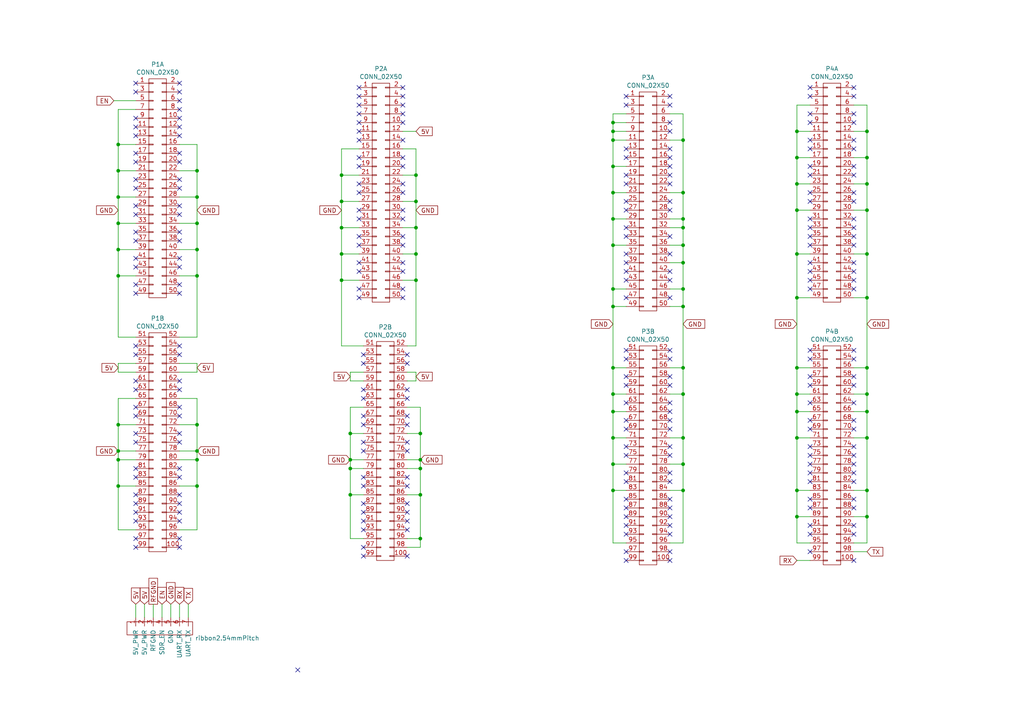
<source format=kicad_sch>
(kicad_sch (version 20211123) (generator eeschema)
  (paper "A4")
  (title_block (title "Payload Interface Board") (date "2021-11-06") (rev "6") (company "Make to Innovate") (comment 1 "Matthew E. Nelson"))
  (lib_symbols
    (symbol "payload_board-rescue:CONN_02X50" (pin_names (offset 0.0254) hide)
      (property "Reference" "P" (at 0 33.02 0))
      (property "Value" "CONN_02X50" (at 0 0 90))
      (symbol "CONN_02X50_0_1"
        (rectangle (start -2.54 -30.353) (end -1.27 -30.607))
        (rectangle (start -2.54 -27.813) (end -1.27 -28.067))
        (rectangle (start -2.54 -25.273) (end -1.27 -25.527))
        (rectangle (start -2.54 -22.733) (end -1.27 -22.987))
        (rectangle (start -2.54 -20.193) (end -1.27 -20.447))
        (rectangle (start -2.54 -17.653) (end -1.27 -17.907))
        (rectangle (start -2.54 -15.113) (end -1.27 -15.367))
        (rectangle (start -2.54 -12.573) (end -1.27 -12.827))
        (rectangle (start -2.54 -10.033) (end -1.27 -10.287))
        (rectangle (start -2.54 -7.493) (end -1.27 -7.747))
        (rectangle (start -2.54 -4.953) (end -1.27 -5.207))
        (rectangle (start -2.54 -2.413) (end -1.27 -2.667))
        (rectangle (start -2.54 0.127) (end -1.27 -0.127))
        (rectangle (start -2.54 2.667) (end -1.27 2.413))
        (rectangle (start -2.54 5.207) (end -1.27 4.953))
        (rectangle (start -2.54 7.747) (end -1.27 7.493))
        (rectangle (start -2.54 10.287) (end -1.27 10.033))
        (rectangle (start -2.54 12.827) (end -1.27 12.573))
        (rectangle (start -2.54 15.367) (end -1.27 15.113))
        (rectangle (start -2.54 17.907) (end -1.27 17.653))
        (rectangle (start -2.54 20.447) (end -1.27 20.193))
        (rectangle (start -2.54 22.987) (end -1.27 22.733))
        (rectangle (start -2.54 25.527) (end -1.27 25.273))
        (rectangle (start -2.54 28.067) (end -1.27 27.813))
        (rectangle (start -2.54 30.607) (end -1.27 30.353))
        (rectangle (start -2.54 31.75) (end 2.54 -31.75))
        (rectangle (start 1.27 -30.353) (end 2.54 -30.607))
        (rectangle (start 1.27 -27.813) (end 2.54 -28.067))
        (rectangle (start 1.27 -25.273) (end 2.54 -25.527))
        (rectangle (start 1.27 -22.733) (end 2.54 -22.987))
        (rectangle (start 1.27 -20.193) (end 2.54 -20.447))
        (rectangle (start 1.27 -17.653) (end 2.54 -17.907))
        (rectangle (start 1.27 -15.113) (end 2.54 -15.367))
        (rectangle (start 1.27 -12.573) (end 2.54 -12.827))
        (rectangle (start 1.27 -10.033) (end 2.54 -10.287))
        (rectangle (start 1.27 -7.493) (end 2.54 -7.747))
        (rectangle (start 1.27 -4.953) (end 2.54 -5.207))
        (rectangle (start 1.27 -2.413) (end 2.54 -2.667))
        (rectangle (start 1.27 0.127) (end 2.54 -0.127))
        (rectangle (start 1.27 2.667) (end 2.54 2.413))
        (rectangle (start 1.27 5.207) (end 2.54 4.953))
        (rectangle (start 1.27 7.747) (end 2.54 7.493))
        (rectangle (start 1.27 10.287) (end 2.54 10.033))
        (rectangle (start 1.27 12.827) (end 2.54 12.573))
        (rectangle (start 1.27 15.367) (end 2.54 15.113))
        (rectangle (start 1.27 17.907) (end 2.54 17.653))
        (rectangle (start 1.27 20.447) (end 2.54 20.193))
        (rectangle (start 1.27 22.987) (end 2.54 22.733))
        (rectangle (start 1.27 25.527) (end 2.54 25.273))
        (rectangle (start 1.27 28.067) (end 2.54 27.813))
        (rectangle (start 1.27 30.607) (end 2.54 30.353))
      )
      (symbol "CONN_02X50_1_1"
        (pin passive line (at -6.35 30.48 0) (length 3.81) (name "P1") (number "1"))
        (pin passive line (at 6.35 20.32 180) (length 3.81) (name "P10") (number "10"))
        (pin passive line (at -6.35 17.78 0) (length 3.81) (name "P11") (number "11"))
        (pin passive line (at 6.35 17.78 180) (length 3.81) (name "P12") (number "12"))
        (pin passive line (at -6.35 15.24 0) (length 3.81) (name "P13") (number "13"))
        (pin passive line (at 6.35 15.24 180) (length 3.81) (name "P14") (number "14"))
        (pin passive line (at -6.35 12.7 0) (length 3.81) (name "P15") (number "15"))
        (pin passive line (at 6.35 12.7 180) (length 3.81) (name "P16") (number "16"))
        (pin passive line (at -6.35 10.16 0) (length 3.81) (name "P17") (number "17"))
        (pin passive line (at 6.35 10.16 180) (length 3.81) (name "P18") (number "18"))
        (pin passive line (at -6.35 7.62 0) (length 3.81) (name "P19") (number "19"))
        (pin passive line (at 6.35 30.48 180) (length 3.81) (name "P2") (number "2"))
        (pin passive line (at 6.35 7.62 180) (length 3.81) (name "P20") (number "20"))
        (pin passive line (at -6.35 5.08 0) (length 3.81) (name "P21") (number "21"))
        (pin passive line (at 6.35 5.08 180) (length 3.81) (name "P22") (number "22"))
        (pin passive line (at -6.35 2.54 0) (length 3.81) (name "P23") (number "23"))
        (pin passive line (at 6.35 2.54 180) (length 3.81) (name "P24") (number "24"))
        (pin passive line (at -6.35 0 0) (length 3.81) (name "P25") (number "25"))
        (pin passive line (at 6.35 0 180) (length 3.81) (name "P26") (number "26"))
        (pin passive line (at -6.35 -2.54 0) (length 3.81) (name "P27") (number "27"))
        (pin passive line (at 6.35 -2.54 180) (length 3.81) (name "P28") (number "28"))
        (pin passive line (at -6.35 -5.08 0) (length 3.81) (name "P29") (number "29"))
        (pin passive line (at -6.35 27.94 0) (length 3.81) (name "P3") (number "3"))
        (pin passive line (at 6.35 -5.08 180) (length 3.81) (name "P30") (number "30"))
        (pin passive line (at -6.35 -7.62 0) (length 3.81) (name "P31") (number "31"))
        (pin passive line (at 6.35 -7.62 180) (length 3.81) (name "P32") (number "32"))
        (pin passive line (at -6.35 -10.16 0) (length 3.81) (name "P33") (number "33"))
        (pin passive line (at 6.35 -10.16 180) (length 3.81) (name "P34") (number "34"))
        (pin passive line (at -6.35 -12.7 0) (length 3.81) (name "P35") (number "35"))
        (pin passive line (at 6.35 -12.7 180) (length 3.81) (name "P36") (number "36"))
        (pin passive line (at -6.35 -15.24 0) (length 3.81) (name "P37") (number "37"))
        (pin passive line (at 6.35 -15.24 180) (length 3.81) (name "P38") (number "38"))
        (pin passive line (at -6.35 -17.78 0) (length 3.81) (name "P39") (number "39"))
        (pin passive line (at 6.35 27.94 180) (length 3.81) (name "P4") (number "4"))
        (pin passive line (at 6.35 -17.78 180) (length 3.81) (name "P40") (number "40"))
        (pin passive line (at -6.35 -20.32 0) (length 3.81) (name "P41") (number "41"))
        (pin passive line (at 6.35 -20.32 180) (length 3.81) (name "P42") (number "42"))
        (pin passive line (at -6.35 -22.86 0) (length 3.81) (name "P43") (number "43"))
        (pin passive line (at 6.35 -22.86 180) (length 3.81) (name "P44") (number "44"))
        (pin passive line (at -6.35 -25.4 0) (length 3.81) (name "P45") (number "45"))
        (pin passive line (at 6.35 -25.4 180) (length 3.81) (name "P46") (number "46"))
        (pin passive line (at -6.35 -27.94 0) (length 3.81) (name "P47") (number "47"))
        (pin passive line (at 6.35 -27.94 180) (length 3.81) (name "P48") (number "48"))
        (pin passive line (at -6.35 -30.48 0) (length 3.81) (name "P49") (number "49"))
        (pin passive line (at -6.35 25.4 0) (length 3.81) (name "P5") (number "5"))
        (pin passive line (at 6.35 -30.48 180) (length 3.81) (name "P50") (number "50"))
        (pin passive line (at 6.35 25.4 180) (length 3.81) (name "P6") (number "6"))
        (pin passive line (at -6.35 22.86 0) (length 3.81) (name "P7") (number "7"))
        (pin passive line (at 6.35 22.86 180) (length 3.81) (name "P8") (number "8"))
        (pin passive line (at -6.35 20.32 0) (length 3.81) (name "P9") (number "9"))
      )
      (symbol "CONN_02X50_2_1"
        (pin passive line (at 6.35 -30.48 180) (length 3.81) (name "P100") (number "100"))
        (pin passive line (at -6.35 30.48 0) (length 3.81) (name "P51") (number "51"))
        (pin passive line (at 6.35 30.48 180) (length 3.81) (name "P52") (number "52"))
        (pin passive line (at -6.35 27.94 0) (length 3.81) (name "P53") (number "53"))
        (pin passive line (at 6.35 27.94 180) (length 3.81) (name "P54") (number "54"))
        (pin passive line (at -6.35 25.4 0) (length 3.81) (name "P55") (number "55"))
        (pin passive line (at 6.35 25.4 180) (length 3.81) (name "P56") (number "56"))
        (pin passive line (at -6.35 22.86 0) (length 3.81) (name "P57") (number "57"))
        (pin passive line (at 6.35 22.86 180) (length 3.81) (name "P58") (number "58"))
        (pin passive line (at -6.35 20.32 0) (length 3.81) (name "P59") (number "59"))
        (pin passive line (at 6.35 20.32 180) (length 3.81) (name "P60") (number "60"))
        (pin passive line (at -6.35 17.78 0) (length 3.81) (name "P61") (number "61"))
        (pin passive line (at 6.35 17.78 180) (length 3.81) (name "P62") (number "62"))
        (pin passive line (at -6.35 15.24 0) (length 3.81) (name "P63") (number "63"))
        (pin passive line (at 6.35 15.24 180) (length 3.81) (name "P64") (number "64"))
        (pin passive line (at -6.35 12.7 0) (length 3.81) (name "P65") (number "65"))
        (pin passive line (at 6.35 12.7 180) (length 3.81) (name "P66") (number "66"))
        (pin passive line (at -6.35 10.16 0) (length 3.81) (name "P67") (number "67"))
        (pin passive line (at 6.35 10.16 180) (length 3.81) (name "P68") (number "68"))
        (pin passive line (at -6.35 7.62 0) (length 3.81) (name "P69") (number "69"))
        (pin passive line (at 6.35 7.62 180) (length 3.81) (name "P70") (number "70"))
        (pin passive line (at -6.35 5.08 0) (length 3.81) (name "P71") (number "71"))
        (pin passive line (at 6.35 5.08 180) (length 3.81) (name "P72") (number "72"))
        (pin passive line (at -6.35 2.54 0) (length 3.81) (name "P73") (number "73"))
        (pin passive line (at 6.35 2.54 180) (length 3.81) (name "P74") (number "74"))
        (pin passive line (at -6.35 0 0) (length 3.81) (name "P75") (number "75"))
        (pin passive line (at 6.35 0 180) (length 3.81) (name "P76") (number "76"))
        (pin passive line (at -6.35 -2.54 0) (length 3.81) (name "P77") (number "77"))
        (pin passive line (at 6.35 -2.54 180) (length 3.81) (name "P78") (number "78"))
        (pin passive line (at -6.35 -5.08 0) (length 3.81) (name "P79") (number "79"))
        (pin passive line (at 6.35 -5.08 180) (length 3.81) (name "P80") (number "80"))
        (pin passive line (at -6.35 -7.62 0) (length 3.81) (name "P81") (number "81"))
        (pin passive line (at 6.35 -7.62 180) (length 3.81) (name "P82") (number "82"))
        (pin passive line (at -6.35 -10.16 0) (length 3.81) (name "P83") (number "83"))
        (pin passive line (at 6.35 -10.16 180) (length 3.81) (name "P84") (number "84"))
        (pin passive line (at -6.35 -12.7 0) (length 3.81) (name "P85") (number "85"))
        (pin passive line (at 6.35 -12.7 180) (length 3.81) (name "P86") (number "86"))
        (pin passive line (at -6.35 -15.24 0) (length 3.81) (name "P87") (number "87"))
        (pin passive line (at 6.35 -15.24 180) (length 3.81) (name "P88") (number "88"))
        (pin passive line (at -6.35 -17.78 0) (length 3.81) (name "P89") (number "89"))
        (pin passive line (at 6.35 -17.78 180) (length 3.81) (name "P90") (number "90"))
        (pin passive line (at -6.35 -20.32 0) (length 3.81) (name "P91") (number "91"))
        (pin passive line (at 6.35 -20.32 180) (length 3.81) (name "P92") (number "92"))
        (pin passive line (at -6.35 -22.86 0) (length 3.81) (name "P93") (number "93"))
        (pin passive line (at 6.35 -22.86 180) (length 3.81) (name "P94") (number "94"))
        (pin passive line (at -6.35 -25.4 0) (length 3.81) (name "P95") (number "95"))
        (pin passive line (at 6.35 -25.4 180) (length 3.81) (name "P96") (number "96"))
        (pin passive line (at -6.35 -27.94 0) (length 3.81) (name "P97") (number "97"))
        (pin passive line (at 6.35 -27.94 180) (length 3.81) (name "P98") (number "98"))
        (pin passive line (at -6.35 -30.48 0) (length 3.81) (name "P99") (number "99"))
      )
    )
    (symbol "payload_board-rescue:ribbon2.54mmPitch" (pin_names (offset 1.016))
      (property "Value" "ribbon2.54mmPitch" (at 2.54 19.05 0))
      (symbol "ribbon2.54mmPitch_1_1"
        (rectangle (start -6.35 3.81) (end 12.7 0))
        (pin power_in line (at -3.81 5.08 270) (length 2.54) (name "5V_PWR") (number "1"))
        (pin power_in line (at -1.27 5.08 270) (length 2.54) (name "5V_PWR") (number "2"))
        (pin bidirectional line (at 1.27 5.08 270) (length 2.54) (name "RFGND") (number "3"))
        (pin bidirectional line (at 3.81 5.08 270) (length 2.54) (name "SDR_EN") (number "4"))
        (pin bidirectional line (at 6.35 5.08 270) (length 2.54) (name "GND") (number "5"))
        (pin bidirectional line (at 8.89 5.08 270) (length 2.54) (name "UART_RX") (number "6"))
        (pin bidirectional line (at 11.43 5.08 270) (length 2.54) (name "UART_TX") (number "7"))
      )
    )
  )
  (junction (at 177.8 55.88))
  (junction (at 121.92 125.73))
  (junction (at 251.46 127))
  (junction (at 177.8 48.26))
  (junction (at 231.14 106.68))
  (junction (at 120.65 58.42))
  (junction (at 231.14 86.36))
  (junction (at 57.15 72.39))
  (junction (at 231.14 127))
  (junction (at 34.29 57.15))
  (junction (at 198.12 114.3))
  (junction (at 34.29 140.97))
  (junction (at 231.14 119.38))
  (junction (at 177.8 127))
  (junction (at 231.14 114.3))
  (junction (at 34.29 133.35))
  (junction (at 198.12 127))
  (junction (at 251.46 73.66))
  (junction (at 34.29 49.53))
  (junction (at 198.12 142.24))
  (junction (at 198.12 63.5))
  (junction (at 101.6 143.51))
  (junction (at 231.14 53.34))
  (junction (at 101.6 133.35))
  (junction (at 231.14 38.1))
  (junction (at 251.46 53.34))
  (junction (at 251.46 86.36))
  (junction (at 177.8 83.82))
  (junction (at 99.06 66.04))
  (junction (at 34.29 64.77))
  (junction (at 101.6 135.89))
  (junction (at 177.8 40.64))
  (junction (at 121.92 143.51))
  (junction (at 99.06 50.8))
  (junction (at 101.6 125.73))
  (junction (at 99.06 81.28))
  (junction (at 121.92 135.89))
  (junction (at 57.15 49.53))
  (junction (at 251.46 114.3))
  (junction (at 177.8 38.1))
  (junction (at 177.8 71.12))
  (junction (at 34.29 123.19))
  (junction (at 251.46 38.1))
  (junction (at 120.65 81.28))
  (junction (at 121.92 133.35))
  (junction (at 177.8 114.3))
  (junction (at 198.12 76.2))
  (junction (at 198.12 55.88))
  (junction (at 121.92 156.21))
  (junction (at 198.12 134.62))
  (junction (at 99.06 58.42))
  (junction (at 120.65 73.66))
  (junction (at 177.8 63.5))
  (junction (at 198.12 83.82))
  (junction (at 251.46 142.24))
  (junction (at 57.15 57.15))
  (junction (at 177.8 106.68))
  (junction (at 177.8 35.56))
  (junction (at 251.46 60.96))
  (junction (at 57.15 130.81))
  (junction (at 57.15 133.35))
  (junction (at 177.8 88.9))
  (junction (at 198.12 66.04))
  (junction (at 34.29 80.01))
  (junction (at 198.12 40.64))
  (junction (at 177.8 142.24))
  (junction (at 198.12 88.9))
  (junction (at 57.15 64.77))
  (junction (at 177.8 119.38))
  (junction (at 198.12 71.12))
  (junction (at 34.29 72.39))
  (junction (at 99.06 73.66))
  (junction (at 120.65 50.8))
  (junction (at 177.8 134.62))
  (junction (at 251.46 45.72))
  (junction (at 231.14 60.96))
  (junction (at 57.15 123.19))
  (junction (at 251.46 149.86))
  (junction (at 231.14 142.24))
  (junction (at 231.14 73.66))
  (junction (at 57.15 80.01))
  (junction (at 231.14 149.86))
  (junction (at 251.46 106.68))
  (junction (at 120.65 66.04))
  (junction (at 57.15 140.97))
  (junction (at 231.14 45.72))
  (junction (at 34.29 41.91))
  (junction (at 34.29 130.81))
  (junction (at 251.46 119.38))
  (junction (at 198.12 106.68))
  (no_connect (at 52.07 74.93))
  (no_connect (at 234.95 132.08))
  (no_connect (at 116.84 45.72))
  (no_connect (at 247.65 83.82))
  (no_connect (at 105.41 105.41))
  (no_connect (at 116.84 35.56))
  (no_connect (at 52.07 128.27))
  (no_connect (at 52.07 39.37))
  (no_connect (at 247.65 101.6))
  (no_connect (at 247.65 55.88))
  (no_connect (at 234.95 71.12))
  (no_connect (at 118.11 115.57))
  (no_connect (at 86.36 194.31))
  (no_connect (at 234.95 152.4))
  (no_connect (at 52.07 135.89))
  (no_connect (at 181.61 86.36))
  (no_connect (at 247.65 71.12))
  (no_connect (at 194.31 78.74))
  (no_connect (at 39.37 125.73))
  (no_connect (at 105.41 115.57))
  (no_connect (at 118.11 113.03))
  (no_connect (at 247.65 50.8))
  (no_connect (at 39.37 138.43))
  (no_connect (at 247.65 154.94))
  (no_connect (at 194.31 124.46))
  (no_connect (at 247.65 68.58))
  (no_connect (at 194.31 35.56))
  (no_connect (at 194.31 152.4))
  (no_connect (at 234.95 121.92))
  (no_connect (at 116.84 27.94))
  (no_connect (at 181.61 154.94))
  (no_connect (at 39.37 120.65))
  (no_connect (at 39.37 135.89))
  (no_connect (at 194.31 121.92))
  (no_connect (at 105.41 128.27))
  (no_connect (at 234.95 50.8))
  (no_connect (at 52.07 148.59))
  (no_connect (at 181.61 50.8))
  (no_connect (at 39.37 24.13))
  (no_connect (at 194.31 119.38))
  (no_connect (at 118.11 146.05))
  (no_connect (at 116.84 78.74))
  (no_connect (at 104.14 76.2))
  (no_connect (at 247.65 81.28))
  (no_connect (at 39.37 62.23))
  (no_connect (at 116.84 53.34))
  (no_connect (at 181.61 104.14))
  (no_connect (at 181.61 66.04))
  (no_connect (at 52.07 36.83))
  (no_connect (at 194.31 86.36))
  (no_connect (at 181.61 78.74))
  (no_connect (at 247.65 66.04))
  (no_connect (at 104.14 78.74))
  (no_connect (at 181.61 162.56))
  (no_connect (at 52.07 82.55))
  (no_connect (at 116.84 25.4))
  (no_connect (at 104.14 45.72))
  (no_connect (at 39.37 143.51))
  (no_connect (at 234.95 78.74))
  (no_connect (at 105.41 140.97))
  (no_connect (at 181.61 27.94))
  (no_connect (at 105.41 158.75))
  (no_connect (at 181.61 121.92))
  (no_connect (at 52.07 67.31))
  (no_connect (at 194.31 73.66))
  (no_connect (at 234.95 40.64))
  (no_connect (at 181.61 76.2))
  (no_connect (at 104.14 86.36))
  (no_connect (at 105.41 113.03))
  (no_connect (at 234.95 43.18))
  (no_connect (at 116.84 30.48))
  (no_connect (at 247.65 58.42))
  (no_connect (at 234.95 101.6))
  (no_connect (at 52.07 143.51))
  (no_connect (at 105.41 130.81))
  (no_connect (at 52.07 44.45))
  (no_connect (at 234.95 129.54))
  (no_connect (at 52.07 34.29))
  (no_connect (at 247.65 104.14))
  (no_connect (at 104.14 71.12))
  (no_connect (at 181.61 160.02))
  (no_connect (at 39.37 26.67))
  (no_connect (at 104.14 53.34))
  (no_connect (at 194.31 101.6))
  (no_connect (at 104.14 68.58))
  (no_connect (at 52.07 29.21))
  (no_connect (at 39.37 36.83))
  (no_connect (at 247.65 27.94))
  (no_connect (at 181.61 137.16))
  (no_connect (at 181.61 101.6))
  (no_connect (at 181.61 81.28))
  (no_connect (at 116.84 63.5))
  (no_connect (at 39.37 118.11))
  (no_connect (at 39.37 77.47))
  (no_connect (at 234.95 109.22))
  (no_connect (at 234.95 63.5))
  (no_connect (at 234.95 48.26))
  (no_connect (at 247.65 35.56))
  (no_connect (at 116.84 86.36))
  (no_connect (at 194.31 162.56))
  (no_connect (at 181.61 124.46))
  (no_connect (at 234.95 58.42))
  (no_connect (at 234.95 25.4))
  (no_connect (at 247.65 137.16))
  (no_connect (at 39.37 44.45))
  (no_connect (at 52.07 138.43))
  (no_connect (at 39.37 67.31))
  (no_connect (at 181.61 139.7))
  (no_connect (at 181.61 109.22))
  (no_connect (at 52.07 113.03))
  (no_connect (at 247.65 124.46))
  (no_connect (at 116.84 83.82))
  (no_connect (at 194.31 132.08))
  (no_connect (at 181.61 73.66))
  (no_connect (at 52.07 151.13))
  (no_connect (at 247.65 116.84))
  (no_connect (at 39.37 85.09))
  (no_connect (at 116.84 60.96))
  (no_connect (at 234.95 144.78))
  (no_connect (at 118.11 138.43))
  (no_connect (at 247.65 109.22))
  (no_connect (at 194.31 154.94))
  (no_connect (at 194.31 144.78))
  (no_connect (at 52.07 158.75))
  (no_connect (at 181.61 45.72))
  (no_connect (at 39.37 82.55))
  (no_connect (at 116.84 48.26))
  (no_connect (at 52.07 100.33))
  (no_connect (at 194.31 109.22))
  (no_connect (at 234.95 137.16))
  (no_connect (at 181.61 53.34))
  (no_connect (at 247.65 40.64))
  (no_connect (at 247.65 48.26))
  (no_connect (at 234.95 33.02))
  (no_connect (at 194.31 38.1))
  (no_connect (at 118.11 123.19))
  (no_connect (at 116.84 71.12))
  (no_connect (at 194.31 45.72))
  (no_connect (at 247.65 147.32))
  (no_connect (at 247.65 63.5))
  (no_connect (at 194.31 104.14))
  (no_connect (at 234.95 116.84))
  (no_connect (at 105.41 161.29))
  (no_connect (at 234.95 76.2))
  (no_connect (at 52.07 62.23))
  (no_connect (at 105.41 151.13))
  (no_connect (at 118.11 153.67))
  (no_connect (at 104.14 55.88))
  (no_connect (at 234.95 139.7))
  (no_connect (at 52.07 46.99))
  (no_connect (at 104.14 48.26))
  (no_connect (at 39.37 146.05))
  (no_connect (at 181.61 68.58))
  (no_connect (at 181.61 129.54))
  (no_connect (at 247.65 129.54))
  (no_connect (at 181.61 60.96))
  (no_connect (at 52.07 69.85))
  (no_connect (at 39.37 34.29))
  (no_connect (at 116.84 40.64))
  (no_connect (at 194.31 60.96))
  (no_connect (at 234.95 154.94))
  (no_connect (at 52.07 120.65))
  (no_connect (at 247.65 33.02))
  (no_connect (at 234.95 55.88))
  (no_connect (at 39.37 128.27))
  (no_connect (at 194.31 27.94))
  (no_connect (at 194.31 111.76))
  (no_connect (at 52.07 31.75))
  (no_connect (at 118.11 140.97))
  (no_connect (at 247.65 132.08))
  (no_connect (at 234.95 68.58))
  (no_connect (at 181.61 149.86))
  (no_connect (at 39.37 59.69))
  (no_connect (at 52.07 24.13))
  (no_connect (at 116.84 76.2))
  (no_connect (at 39.37 113.03))
  (no_connect (at 234.95 124.46))
  (no_connect (at 104.14 60.96))
  (no_connect (at 194.31 58.42))
  (no_connect (at 39.37 54.61))
  (no_connect (at 105.41 148.59))
  (no_connect (at 247.65 43.18))
  (no_connect (at 181.61 43.18))
  (no_connect (at 247.65 78.74))
  (no_connect (at 234.95 147.32))
  (no_connect (at 194.31 48.26))
  (no_connect (at 194.31 81.28))
  (no_connect (at 247.65 162.56))
  (no_connect (at 39.37 46.99))
  (no_connect (at 52.07 156.21))
  (no_connect (at 181.61 111.76))
  (no_connect (at 118.11 128.27))
  (no_connect (at 52.07 118.11))
  (no_connect (at 194.31 160.02))
  (no_connect (at 39.37 69.85))
  (no_connect (at 105.41 102.87))
  (no_connect (at 247.65 134.62))
  (no_connect (at 118.11 105.41))
  (no_connect (at 105.41 138.43))
  (no_connect (at 194.31 137.16))
  (no_connect (at 104.14 40.64))
  (no_connect (at 104.14 38.1))
  (no_connect (at 118.11 102.87))
  (no_connect (at 181.61 30.48))
  (no_connect (at 104.14 83.82))
  (no_connect (at 52.07 54.61))
  (no_connect (at 116.84 55.88))
  (no_connect (at 52.07 59.69))
  (no_connect (at 247.65 139.7))
  (no_connect (at 234.95 111.76))
  (no_connect (at 247.65 25.4))
  (no_connect (at 39.37 158.75))
  (no_connect (at 194.31 116.84))
  (no_connect (at 234.95 27.94))
  (no_connect (at 104.14 33.02))
  (no_connect (at 234.95 66.04))
  (no_connect (at 234.95 134.62))
  (no_connect (at 118.11 130.81))
  (no_connect (at 116.84 33.02))
  (no_connect (at 194.31 139.7))
  (no_connect (at 104.14 63.5))
  (no_connect (at 181.61 147.32))
  (no_connect (at 52.07 77.47))
  (no_connect (at 181.61 116.84))
  (no_connect (at 104.14 27.94))
  (no_connect (at 234.95 81.28))
  (no_connect (at 104.14 25.4))
  (no_connect (at 118.11 151.13))
  (no_connect (at 105.41 120.65))
  (no_connect (at 39.37 39.37))
  (no_connect (at 247.65 121.92))
  (no_connect (at 104.14 30.48))
  (no_connect (at 181.61 58.42))
  (no_connect (at 194.31 53.34))
  (no_connect (at 194.31 149.86))
  (no_connect (at 52.07 125.73))
  (no_connect (at 247.65 111.76))
  (no_connect (at 247.65 144.78))
  (no_connect (at 118.11 120.65))
  (no_connect (at 194.31 50.8))
  (no_connect (at 105.41 153.67))
  (no_connect (at 118.11 161.29))
  (no_connect (at 52.07 26.67))
  (no_connect (at 194.31 30.48))
  (no_connect (at 194.31 129.54))
  (no_connect (at 181.61 132.08))
  (no_connect (at 52.07 110.49))
  (no_connect (at 194.31 147.32))
  (no_connect (at 39.37 102.87))
  (no_connect (at 39.37 100.33))
  (no_connect (at 52.07 146.05))
  (no_connect (at 39.37 74.93))
  (no_connect (at 194.31 43.18))
  (no_connect (at 52.07 102.87))
  (no_connect (at 181.61 144.78))
  (no_connect (at 105.41 123.19))
  (no_connect (at 52.07 85.09))
  (no_connect (at 104.14 35.56))
  (no_connect (at 234.95 104.14))
  (no_connect (at 116.84 68.58))
  (no_connect (at 234.95 83.82))
  (no_connect (at 39.37 52.07))
  (no_connect (at 39.37 148.59))
  (no_connect (at 181.61 152.4))
  (no_connect (at 234.95 160.02))
  (no_connect (at 247.65 76.2))
  (no_connect (at 52.07 52.07))
  (no_connect (at 234.95 35.56))
  (no_connect (at 39.37 151.13))
  (no_connect (at 39.37 156.21))
  (no_connect (at 105.41 146.05))
  (no_connect (at 39.37 110.49))
  (no_connect (at 194.31 68.58))
  (no_connect (at 118.11 148.59))
  (no_connect (at 247.65 152.4))
  (wire (pts (xy 101.6 107.95) (xy 101.6 110.49)))
  (wire (pts (xy 44.45 179.07) (xy 44.45 175.26)))
  (wire (pts (xy 177.8 127) (xy 177.8 119.38)))
  (wire (pts (xy 39.37 80.01) (xy 34.29 80.01)))
  (wire (pts (xy 177.8 157.48) (xy 177.8 142.24)))
  (wire (pts (xy 57.15 115.57) (xy 57.15 123.19)))
  (wire (pts (xy 194.31 142.24) (xy 198.12 142.24)))
  (wire (pts (xy 101.6 125.73) (xy 105.41 125.73)))
  (wire (pts (xy 39.37 179.07) (xy 39.37 175.26)))
  (wire (pts (xy 194.31 63.5) (xy 198.12 63.5)))
  (wire (pts (xy 247.65 73.66) (xy 251.46 73.66)))
  (wire (pts (xy 234.95 149.86) (xy 231.14 149.86)))
  (wire (pts (xy 177.8 83.82) (xy 177.8 71.12)))
  (wire (pts (xy 57.15 123.19) (xy 52.07 123.19)))
  (wire (pts (xy 198.12 63.5) (xy 198.12 55.88)))
  (wire (pts (xy 198.12 33.02) (xy 198.12 40.64)))
  (wire (pts (xy 234.95 114.3) (xy 231.14 114.3)))
  (wire (pts (xy 231.14 114.3) (xy 231.14 106.68)))
  (wire (pts (xy 39.37 130.81) (xy 34.29 130.81)))
  (wire (pts (xy 57.15 153.67) (xy 57.15 140.97)))
  (wire (pts (xy 118.11 158.75) (xy 121.92 158.75)))
  (wire (pts (xy 198.12 106.68) (xy 198.12 88.9)))
  (wire (pts (xy 39.37 105.41) (xy 34.29 105.41)))
  (wire (pts (xy 181.61 63.5) (xy 177.8 63.5)))
  (wire (pts (xy 231.14 73.66) (xy 231.14 60.96)))
  (wire (pts (xy 99.06 100.33) (xy 99.06 81.28)))
  (wire (pts (xy 52.07 140.97) (xy 57.15 140.97)))
  (wire (pts (xy 57.15 41.91) (xy 57.15 49.53)))
  (wire (pts (xy 121.92 118.11) (xy 121.92 125.73)))
  (wire (pts (xy 33.02 29.21) (xy 39.37 29.21)))
  (wire (pts (xy 234.95 53.34) (xy 231.14 53.34)))
  (wire (pts (xy 181.61 83.82) (xy 177.8 83.82)))
  (wire (pts (xy 231.14 30.48) (xy 231.14 38.1)))
  (wire (pts (xy 181.61 55.88) (xy 177.8 55.88)))
  (wire (pts (xy 247.65 119.38) (xy 251.46 119.38)))
  (wire (pts (xy 104.14 81.28) (xy 99.06 81.28)))
  (wire (pts (xy 251.46 127) (xy 251.46 119.38)))
  (wire (pts (xy 104.14 66.04) (xy 99.06 66.04)))
  (wire (pts (xy 234.95 86.36) (xy 231.14 86.36)))
  (wire (pts (xy 194.31 55.88) (xy 198.12 55.88)))
  (wire (pts (xy 101.6 118.11) (xy 101.6 125.73)))
  (wire (pts (xy 247.65 127) (xy 251.46 127)))
  (wire (pts (xy 181.61 35.56) (xy 177.8 35.56)))
  (wire (pts (xy 247.65 114.3) (xy 251.46 114.3)))
  (wire (pts (xy 118.11 107.95) (xy 120.65 107.95)))
  (wire (pts (xy 52.07 97.79) (xy 57.15 97.79)))
  (wire (pts (xy 105.41 156.21) (xy 101.6 156.21)))
  (wire (pts (xy 116.84 66.04) (xy 120.65 66.04)))
  (wire (pts (xy 57.15 130.81) (xy 57.15 123.19)))
  (wire (pts (xy 198.12 134.62) (xy 198.12 127)))
  (wire (pts (xy 34.29 107.95) (xy 39.37 107.95)))
  (wire (pts (xy 39.37 153.67) (xy 34.29 153.67)))
  (wire (pts (xy 57.15 72.39) (xy 57.15 64.77)))
  (wire (pts (xy 52.07 80.01) (xy 57.15 80.01)))
  (wire (pts (xy 231.14 38.1) (xy 234.95 38.1)))
  (wire (pts (xy 234.95 162.56) (xy 231.14 162.56)))
  (wire (pts (xy 57.15 57.15) (xy 57.15 49.53)))
  (wire (pts (xy 234.95 30.48) (xy 231.14 30.48)))
  (wire (pts (xy 99.06 66.04) (xy 99.06 58.42)))
  (wire (pts (xy 52.07 72.39) (xy 57.15 72.39)))
  (wire (pts (xy 34.29 115.57) (xy 34.29 123.19)))
  (wire (pts (xy 181.61 119.38) (xy 177.8 119.38)))
  (wire (pts (xy 194.31 127) (xy 198.12 127)))
  (wire (pts (xy 251.46 157.48) (xy 251.46 149.86)))
  (wire (pts (xy 181.61 106.68) (xy 177.8 106.68)))
  (wire (pts (xy 52.07 153.67) (xy 57.15 153.67)))
  (wire (pts (xy 177.8 40.64) (xy 177.8 38.1)))
  (wire (pts (xy 234.95 73.66) (xy 231.14 73.66)))
  (wire (pts (xy 231.14 45.72) (xy 231.14 38.1)))
  (wire (pts (xy 121.92 143.51) (xy 121.92 135.89)))
  (wire (pts (xy 251.46 38.1) (xy 251.46 30.48)))
  (wire (pts (xy 194.31 88.9) (xy 198.12 88.9)))
  (wire (pts (xy 101.6 135.89) (xy 101.6 133.35)))
  (wire (pts (xy 251.46 53.34) (xy 251.46 45.72)))
  (wire (pts (xy 181.61 71.12) (xy 177.8 71.12)))
  (wire (pts (xy 99.06 50.8) (xy 104.14 50.8)))
  (wire (pts (xy 194.31 66.04) (xy 198.12 66.04)))
  (wire (pts (xy 198.12 76.2) (xy 198.12 71.12)))
  (wire (pts (xy 251.46 86.36) (xy 251.46 73.66)))
  (wire (pts (xy 194.31 106.68) (xy 198.12 106.68)))
  (wire (pts (xy 231.14 149.86) (xy 231.14 142.24)))
  (wire (pts (xy 118.11 110.49) (xy 120.65 110.49)))
  (wire (pts (xy 194.31 33.02) (xy 198.12 33.02)))
  (wire (pts (xy 177.8 35.56) (xy 177.8 38.1)))
  (wire (pts (xy 198.12 83.82) (xy 198.12 76.2)))
  (wire (pts (xy 52.07 41.91) (xy 57.15 41.91)))
  (wire (pts (xy 194.31 157.48) (xy 198.12 157.48)))
  (wire (pts (xy 198.12 114.3) (xy 198.12 106.68)))
  (wire (pts (xy 234.95 106.68) (xy 231.14 106.68)))
  (wire (pts (xy 41.91 179.07) (xy 41.91 175.26)))
  (wire (pts (xy 101.6 110.49) (xy 105.41 110.49)))
  (wire (pts (xy 49.53 179.07) (xy 49.53 175.26)))
  (wire (pts (xy 116.84 58.42) (xy 120.65 58.42)))
  (wire (pts (xy 247.65 142.24) (xy 251.46 142.24)))
  (wire (pts (xy 34.29 64.77) (xy 34.29 57.15)))
  (wire (pts (xy 121.92 133.35) (xy 121.92 125.73)))
  (wire (pts (xy 247.65 106.68) (xy 251.46 106.68)))
  (wire (pts (xy 231.14 119.38) (xy 231.14 114.3)))
  (wire (pts (xy 120.65 107.95) (xy 120.65 110.49)))
  (wire (pts (xy 177.8 71.12) (xy 177.8 63.5)))
  (wire (pts (xy 39.37 72.39) (xy 34.29 72.39)))
  (wire (pts (xy 57.15 133.35) (xy 57.15 130.81)))
  (wire (pts (xy 57.15 140.97) (xy 57.15 133.35)))
  (wire (pts (xy 251.46 142.24) (xy 251.46 127)))
  (wire (pts (xy 231.14 157.48) (xy 231.14 149.86)))
  (wire (pts (xy 118.11 135.89) (xy 121.92 135.89)))
  (wire (pts (xy 251.46 149.86) (xy 251.46 142.24)))
  (wire (pts (xy 121.92 125.73) (xy 118.11 125.73)))
  (wire (pts (xy 194.31 114.3) (xy 198.12 114.3)))
  (wire (pts (xy 198.12 88.9) (xy 198.12 83.82)))
  (wire (pts (xy 251.46 30.48) (xy 247.65 30.48)))
  (wire (pts (xy 116.84 38.1) (xy 120.65 38.1)))
  (wire (pts (xy 121.92 156.21) (xy 121.92 143.51)))
  (wire (pts (xy 116.84 43.18) (xy 120.65 43.18)))
  (wire (pts (xy 57.15 107.95) (xy 52.07 107.95)))
  (wire (pts (xy 34.29 72.39) (xy 34.29 64.77)))
  (wire (pts (xy 54.61 179.07) (xy 54.61 175.26)))
  (wire (pts (xy 34.29 31.75) (xy 34.29 41.91)))
  (wire (pts (xy 194.31 134.62) (xy 198.12 134.62)))
  (wire (pts (xy 57.15 105.41) (xy 57.15 107.95)))
  (wire (pts (xy 57.15 97.79) (xy 57.15 80.01)))
  (wire (pts (xy 99.06 58.42) (xy 99.06 50.8)))
  (wire (pts (xy 120.65 43.18) (xy 120.65 50.8)))
  (wire (pts (xy 177.8 106.68) (xy 177.8 88.9)))
  (wire (pts (xy 247.65 45.72) (xy 251.46 45.72)))
  (wire (pts (xy 177.8 55.88) (xy 177.8 48.26)))
  (wire (pts (xy 247.65 38.1) (xy 251.46 38.1)))
  (wire (pts (xy 101.6 156.21) (xy 101.6 143.51)))
  (wire (pts (xy 231.14 142.24) (xy 231.14 127)))
  (wire (pts (xy 39.37 133.35) (xy 34.29 133.35)))
  (wire (pts (xy 34.29 97.79) (xy 34.29 80.01)))
  (wire (pts (xy 118.11 100.33) (xy 120.65 100.33)))
  (wire (pts (xy 231.14 60.96) (xy 231.14 53.34)))
  (wire (pts (xy 39.37 115.57) (xy 34.29 115.57)))
  (wire (pts (xy 181.61 40.64) (xy 177.8 40.64)))
  (wire (pts (xy 34.29 57.15) (xy 34.29 49.53)))
  (wire (pts (xy 104.14 43.18) (xy 99.06 43.18)))
  (wire (pts (xy 177.8 142.24) (xy 177.8 134.62)))
  (wire (pts (xy 34.29 105.41) (xy 34.29 107.95)))
  (wire (pts (xy 121.92 158.75) (xy 121.92 156.21)))
  (wire (pts (xy 234.95 127) (xy 231.14 127)))
  (wire (pts (xy 198.12 142.24) (xy 198.12 134.62)))
  (wire (pts (xy 181.61 134.62) (xy 177.8 134.62)))
  (wire (pts (xy 198.12 157.48) (xy 198.12 142.24)))
  (wire (pts (xy 120.65 66.04) (xy 120.65 58.42)))
  (wire (pts (xy 57.15 64.77) (xy 57.15 57.15)))
  (wire (pts (xy 46.99 179.07) (xy 46.99 175.26)))
  (wire (pts (xy 34.29 140.97) (xy 34.29 133.35)))
  (wire (pts (xy 177.8 63.5) (xy 177.8 55.88)))
  (wire (pts (xy 34.29 41.91) (xy 34.29 49.53)))
  (wire (pts (xy 52.07 115.57) (xy 57.15 115.57)))
  (wire (pts (xy 247.65 53.34) (xy 251.46 53.34)))
  (wire (pts (xy 181.61 33.02) (xy 177.8 33.02)))
  (wire (pts (xy 120.65 58.42) (xy 120.65 50.8)))
  (wire (pts (xy 52.07 57.15) (xy 57.15 57.15)))
  (wire (pts (xy 194.31 83.82) (xy 198.12 83.82)))
  (wire (pts (xy 52.07 49.53) (xy 57.15 49.53)))
  (wire (pts (xy 198.12 55.88) (xy 198.12 40.64)))
  (wire (pts (xy 251.46 114.3) (xy 251.46 106.68)))
  (wire (pts (xy 231.14 106.68) (xy 231.14 86.36)))
  (wire (pts (xy 118.11 156.21) (xy 121.92 156.21)))
  (wire (pts (xy 101.6 133.35) (xy 101.6 125.73)))
  (wire (pts (xy 234.95 45.72) (xy 231.14 45.72)))
  (wire (pts (xy 116.84 73.66) (xy 120.65 73.66)))
  (wire (pts (xy 181.61 48.26) (xy 177.8 48.26)))
  (wire (pts (xy 105.41 143.51) (xy 101.6 143.51)))
  (wire (pts (xy 39.37 140.97) (xy 34.29 140.97)))
  (wire (pts (xy 177.8 119.38) (xy 177.8 114.3)))
  (wire (pts (xy 120.65 100.33) (xy 120.65 81.28)))
  (wire (pts (xy 34.29 153.67) (xy 34.29 140.97)))
  (wire (pts (xy 231.14 127) (xy 231.14 119.38)))
  (wire (pts (xy 247.65 60.96) (xy 251.46 60.96)))
  (wire (pts (xy 198.12 66.04) (xy 198.12 63.5)))
  (wire (pts (xy 177.8 114.3) (xy 177.8 106.68)))
  (wire (pts (xy 104.14 58.42) (xy 99.06 58.42)))
  (wire (pts (xy 34.29 80.01) (xy 34.29 72.39)))
  (wire (pts (xy 39.37 97.79) (xy 34.29 97.79)))
  (wire (pts (xy 105.41 133.35) (xy 101.6 133.35)))
  (wire (pts (xy 105.41 118.11) (xy 101.6 118.11)))
  (wire (pts (xy 57.15 80.01) (xy 57.15 72.39)))
  (wire (pts (xy 194.31 76.2) (xy 198.12 76.2)))
  (wire (pts (xy 247.65 149.86) (xy 251.46 149.86)))
  (wire (pts (xy 34.29 133.35) (xy 34.29 130.81)))
  (wire (pts (xy 177.8 38.1) (xy 181.61 38.1)))
  (wire (pts (xy 177.8 88.9) (xy 177.8 83.82)))
  (wire (pts (xy 181.61 114.3) (xy 177.8 114.3)))
  (wire (pts (xy 34.29 130.81) (xy 34.29 123.19)))
  (wire (pts (xy 234.95 157.48) (xy 231.14 157.48)))
  (wire (pts (xy 177.8 33.02) (xy 177.8 35.56)))
  (wire (pts (xy 251.46 60.96) (xy 251.46 53.34)))
  (wire (pts (xy 104.14 73.66) (xy 99.06 73.66)))
  (wire (pts (xy 234.95 60.96) (xy 231.14 60.96)))
  (wire (pts (xy 52.07 130.81) (xy 57.15 130.81)))
  (wire (pts (xy 116.84 81.28) (xy 120.65 81.28)))
  (wire (pts (xy 251.46 45.72) (xy 251.46 38.1)))
  (wire (pts (xy 177.8 134.62) (xy 177.8 127)))
  (wire (pts (xy 52.07 105.41) (xy 57.15 105.41)))
  (wire (pts (xy 177.8 48.26) (xy 177.8 40.64)))
  (wire (pts (xy 52.07 179.07) (xy 52.07 175.26)))
  (wire (pts (xy 39.37 49.53) (xy 34.29 49.53)))
  (wire (pts (xy 231.14 53.34) (xy 231.14 45.72)))
  (wire (pts (xy 198.12 71.12) (xy 198.12 66.04)))
  (wire (pts (xy 99.06 43.18) (xy 99.06 50.8)))
  (wire (pts (xy 234.95 142.24) (xy 231.14 142.24)))
  (wire (pts (xy 181.61 88.9) (xy 177.8 88.9)))
  (wire (pts (xy 120.65 50.8) (xy 116.84 50.8)))
  (wire (pts (xy 247.65 160.02) (xy 251.46 160.02)))
  (wire (pts (xy 247.65 157.48) (xy 251.46 157.48)))
  (wire (pts (xy 198.12 127) (xy 198.12 114.3)))
  (wire (pts (xy 52.07 133.35) (xy 57.15 133.35)))
  (wire (pts (xy 105.41 135.89) (xy 101.6 135.89)))
  (wire (pts (xy 39.37 41.91) (xy 34.29 41.91)))
  (wire (pts (xy 105.41 100.33) (xy 99.06 100.33)))
  (wire (pts (xy 251.46 106.68) (xy 251.46 86.36)))
  (wire (pts (xy 52.07 64.77) (xy 57.15 64.77)))
  (wire (pts (xy 251.46 73.66) (xy 251.46 60.96)))
  (wire (pts (xy 39.37 57.15) (xy 34.29 57.15)))
  (wire (pts (xy 34.29 123.19) (xy 39.37 123.19)))
  (wire (pts (xy 120.65 73.66) (xy 120.65 66.04)))
  (wire (pts (xy 99.06 73.66) (xy 99.06 66.04)))
  (wire (pts (xy 181.61 142.24) (xy 177.8 142.24)))
  (wire (pts (xy 118.11 143.51) (xy 121.92 143.51)))
  (wire (pts (xy 118.11 133.35) (xy 121.92 133.35)))
  (wire (pts (xy 194.31 71.12) (xy 198.12 71.12)))
  (wire (pts (xy 121.92 135.89) (xy 121.92 133.35)))
  (wire (pts (xy 181.61 157.48) (xy 177.8 157.48)))
  (wire (pts (xy 198.12 40.64) (xy 194.31 40.64)))
  (wire (pts (xy 251.46 119.38) (xy 251.46 114.3)))
  (wire (pts (xy 234.95 119.38) (xy 231.14 119.38)))
  (wire (pts (xy 101.6 143.51) (xy 101.6 135.89)))
  (wire (pts (xy 118.11 118.11) (xy 121.92 118.11)))
  (wire (pts (xy 99.06 81.28) (xy 99.06 73.66)))
  (wire (pts (xy 181.61 127) (xy 177.8 127)))
  (wire (pts (xy 120.65 81.28) (xy 120.65 73.66)))
  (wire (pts (xy 105.41 107.95) (xy 101.6 107.95)))
  (wire (pts (xy 247.65 86.36) (xy 251.46 86.36)))
  (wire (pts (xy 39.37 64.77) (xy 34.29 64.77)))
  (wire (pts (xy 231.14 86.36) (xy 231.14 73.66)))
  (wire (pts (xy 39.37 31.75) (xy 34.29 31.75)))
  (global_label "GND" (shape input) (at 34.29 60.96 180) (property "Intersheet References" "${INTERSHEET_REFS}" (effects hide)))
  (global_label "5V" (shape input) (at 120.65 38.1 0) (property "Intersheet References" "${INTERSHEET_REFS}" (effects hide)))
  (global_label "GND" (shape input) (at 121.92 133.35 0) (property "Intersheet References" "${INTERSHEET_REFS}" (effects hide)))
  (global_label "EN" (shape input) (at 46.99 175.26 90) (property "Intersheet References" "${INTERSHEET_REFS}" (effects hide)))
  (global_label "GND" (shape input) (at 34.29 130.81 180) (property "Intersheet References" "${INTERSHEET_REFS}" (effects hide)))
  (global_label "RX" (shape input) (at 52.07 175.26 90) (property "Intersheet References" "${INTERSHEET_REFS}" (effects hide)))
  (global_label "GND" (shape input) (at 101.6 133.35 180) (property "Intersheet References" "${INTERSHEET_REFS}" (effects hide)))
  (global_label "5V" (shape input) (at 39.37 175.26 90) (property "Intersheet References" "${INTERSHEET_REFS}" (effects hide)))
  (global_label "5V" (shape input) (at 101.6 109.22 180) (property "Intersheet References" "${INTERSHEET_REFS}" (effects hide)))
  (global_label "TX" (shape input) (at 251.46 160.02 0) (property "Intersheet References" "${INTERSHEET_REFS}" (effects hide)))
  (global_label "TX" (shape input) (at 54.61 175.26 90) (property "Intersheet References" "${INTERSHEET_REFS}" (effects hide)))
  (global_label "GND" (shape input) (at 99.06 60.96 180) (property "Intersheet References" "${INTERSHEET_REFS}" (effects hide)))
  (global_label "5V" (shape input) (at 57.15 106.68 0) (property "Intersheet References" "${INTERSHEET_REFS}" (effects hide)))
  (global_label "5V" (shape input) (at 34.29 106.68 180) (property "Intersheet References" "${INTERSHEET_REFS}" (effects hide)))
  (global_label "GND" (shape input) (at 177.8 93.98 180) (property "Intersheet References" "${INTERSHEET_REFS}" (effects hide)))
  (global_label "RX" (shape input) (at 231.14 162.56 180) (property "Intersheet References" "${INTERSHEET_REFS}" (effects hide)))
  (global_label "GND" (shape input) (at 231.14 93.98 180) (property "Intersheet References" "${INTERSHEET_REFS}" (effects hide)))
  (global_label "GND" (shape input) (at 57.15 130.81 0) (property "Intersheet References" "${INTERSHEET_REFS}" (effects hide)))
  (global_label "GND" (shape input) (at 57.15 60.96 0) (property "Intersheet References" "${INTERSHEET_REFS}" (effects hide)))
  (global_label "GND" (shape input) (at 49.53 175.26 90) (property "Intersheet References" "${INTERSHEET_REFS}" (effects hide)))
  (global_label "GND" (shape input) (at 251.46 93.98 0) (property "Intersheet References" "${INTERSHEET_REFS}" (effects hide)))
  (global_label "EN" (shape input) (at 33.02 29.21 180) (property "Intersheet References" "${INTERSHEET_REFS}" (effects hide)))
  (global_label "RFGND" (shape passive) (at 44.45 175.26 90) (property "Intersheet References" "${INTERSHEET_REFS}" (effects hide)))
  (global_label "GND" (shape input) (at 120.65 60.96 0) (property "Intersheet References" "${INTERSHEET_REFS}" (effects hide)))
  (global_label "GND" (shape input) (at 198.12 93.98 0) (property "Intersheet References" "${INTERSHEET_REFS}" (effects hide)))
  (global_label "5V" (shape input) (at 41.91 175.26 90) (property "Intersheet References" "${INTERSHEET_REFS}" (effects hide)))
  (global_label "5V" (shape input) (at 120.65 109.22 0) (property "Intersheet References" "${INTERSHEET_REFS}" (effects hide)))
  (symbol (lib_id "payload_board-rescue:CONN_02X50") (at 45.72 54.61 0) (unit 1)
    (property "Reference" "P1" (at 45.72 18.669 0))
    (property "Value" "CONN_02X50" (at 45.72 20.9804 0))
    (property "Footprint" "breakoutBoard:BERGSTAK_100_PIN1_RIGHT" (effects hide))
  )
  (symbol (lib_id "payload_board-rescue:CONN_02X50") (at 110.49 55.88 0) (unit 1)
    (property "Reference" "P2" (at 110.49 19.939 0))
    (property "Value" "CONN_02X50" (at 110.49 22.2504 0))
    (property "Footprint" "breakoutBoard:BERGSTAK_100_PIN1_RIGHT" (effects hide))
  )
  (symbol (lib_id "payload_board-rescue:CONN_02X50") (at 187.96 58.42 0) (unit 1)
    (property "Reference" "P3" (at 187.96 22.479 0))
    (property "Value" "CONN_02X50" (at 187.96 24.7904 0))
    (property "Footprint" "breakoutBoard:BERGSTAK_100_PIN1_RIGHT" (effects hide))
  )
  (symbol (lib_id "payload_board-rescue:CONN_02X50") (at 241.3 55.88 0) (unit 1)
    (property "Reference" "P4" (at 241.3 19.939 0))
    (property "Value" "CONN_02X50" (at 241.3 22.2504 0))
    (property "Footprint" "breakoutBoard:BERGSTAK_100_PIN1_RIGHT" (effects hide))
  )
  (symbol (lib_id "payload_board-rescue:CONN_02X50") (at 45.72 128.27 0) (unit 2)
    (property "Reference" "P1" (at 45.72 92.329 0))
    (property "Value" "CONN_02X50" (at 45.72 94.6404 0))
    (property "Footprint" "breakoutBoard:BERGSTAK_100_PIN1_RIGHT" (effects hide))
  )
  (symbol (lib_id "payload_board-rescue:CONN_02X50") (at 111.76 130.81 0) (unit 2)
    (property "Reference" "P2" (at 111.76 94.869 0))
    (property "Value" "CONN_02X50" (at 111.76 97.1804 0))
    (property "Footprint" "breakoutBoard:BERGSTAK_100_PIN1_RIGHT" (effects hide))
  )
  (symbol (lib_id "payload_board-rescue:CONN_02X50") (at 187.96 132.08 0) (unit 2)
    (property "Reference" "P3" (at 187.96 96.139 0))
    (property "Value" "CONN_02X50" (at 187.96 98.4504 0))
    (property "Footprint" "breakoutBoard:BERGSTAK_100_PIN1_RIGHT" (effects hide))
  )
  (symbol (lib_id "payload_board-rescue:CONN_02X50") (at 241.3 132.08 0) (unit 2)
    (property "Reference" "P4" (at 241.3 96.139 0))
    (property "Value" "CONN_02X50" (at 241.3 98.4504 0))
    (property "Footprint" "breakoutBoard:BERGSTAK_100_PIN1_RIGHT" (effects hide))
  )
  (symbol (lib_id "payload_board-rescue:ribbon2.54mmPitch") (at 43.18 184.15 0) (unit 1)
    (property "Reference" "e1" (effects hide))
    (property "Value" "ribbon2.54mmPitch" (at 56.5912 185.0898 0) (effects (justify left)))
    (property "Footprint" "Connector_PinHeader_2.54mm:PinHeader_1x07_P2.54mm_Vertical" (effects hide))
  )
  (sheet (at 299.72 1.27) (size 274.32 168.91)
    (property "Sheet name" "LNA Side" (at 299.72 0.5584 0) (effects (justify left bottom)))
    (property "Sheet file" "LNA.kicad_sch" (at 299.72 170.7646 0) (effects (justify left top)))
  )
)
</source>
